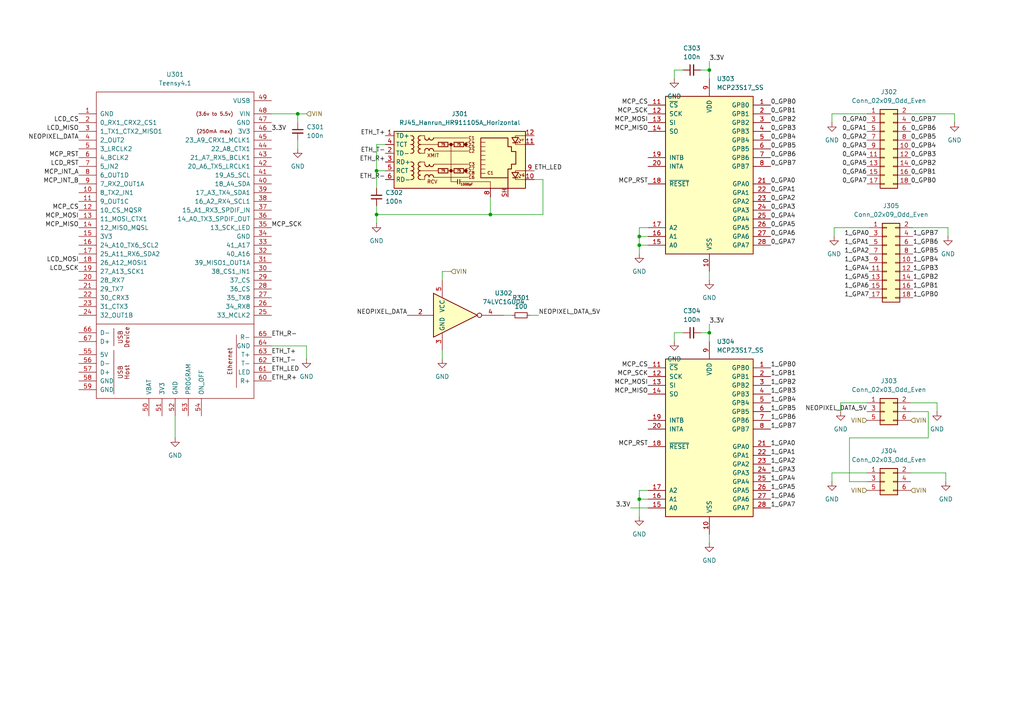
<source format=kicad_sch>
(kicad_sch (version 20250114) (generator "eeschema") (generator_version "9.0")
  (paper "A4")
  (lib_symbols
    (symbol "74xGxx:74LVC1GU04"
      (property "Reference" "U" (at -2.54 3.81 0))
      (property "Value" "74LVC1GU04" (at 0 -3.81 0))
      (symbol "74LVC1GU04_0_1"
        (polyline (pts (xy -7.62 6.35) (xy -7.62 -6.35) (xy 5.08 0) (xy -7.62 6.35)) (stroke (width 0.254)) (fill (type background)))
      )
      (symbol "74LVC1GU04_1_1"
        (pin input line (at -15.24 0 0) (length 7.62) (name "~") (number "2"))
        (pin power_in line (at -5.08 10.16 270) (length 5.08) (name "VCC") (number "5"))
        (pin power_in line (at -5.08 -10.16 90) (length 5.08) (name "GND") (number "3"))
        (pin output inverted (at 12.7 0 180) (length 7.62) (name "~") (number "4"))
      )
    )
    (symbol "Connector:RJ45_Hanrun_HR911105A_Horizontal"
      (property "Reference" "J" (at 18.415 10.16 0))
      (property "Value" "RJ45_Hanrun_HR911105A_Horizontal" (at -19.05 10.16 0))
      (symbol "RJ45_Hanrun_HR911105A_Horizontal_0_0"
        (circle (center -1.27 5.08) (radius 0.0001) (stroke (width 0.508)))
        (polyline (pts (xy -1.27 5.08) (xy -1.27 -5.715)))
        (circle (center -1.27 -2.54) (radius 0.0001) (stroke (width 0.508)))
        (polyline (pts (xy 0.635 -5.08) (xy 0.635 -6.35)) (stroke (width 0.254)))
        (polyline (pts (xy 1.27 -5.08) (xy 1.27 -6.35)) (stroke (width 0.254)))
        (polyline (pts (xy 3.048 5.08) (xy 2.54 5.08)))
        (circle (center 3.048 5.08) (radius 0.0001) (stroke (width 0.508)))
        (polyline (pts (xy 3.048 -2.54) (xy 2.54 -2.54)))
        (circle (center 3.048 -2.54) (radius 0.0001) (stroke (width 0.508)))
        (polyline (pts (xy 3.683 5.715) (xy 3.048 5.715) (xy 3.048 4.445) (xy 3.683 4.445)))
        (polyline (pts (xy 3.683 -1.905) (xy 3.048 -1.905) (xy 3.048 -3.175) (xy 3.683 -3.175)))
        (polyline (pts (xy 17.399 7.112) (xy 17.399 7.62) (xy 20.32 7.62)))
        (polyline (pts (xy 17.399 -3.048) (xy 17.399 -2.54) (xy 20.32 -2.54)))
        (polyline (pts (xy 20.32 5.08) (xy 17.399 5.08) (xy 17.399 5.588)))
        (polyline (pts (xy 20.32 -5.08) (xy 17.399 -5.08) (xy 17.399 -4.572)))
        (text "XMIT" (at -8.255 1.905 0) (effects (font (size 1.016 1.016)) (justify left)))
        (text "RCV" (at -8.255 -5.715 0) (effects (font (size 1.016 1.016)) (justify left)))
        (text "C1" (at 4.699 6.985 0) (effects (font (size 0.889 0.889))))
        (text "C4" (at 4.699 5.715 0) (effects (font (size 0.889 0.889))))
        (text "C5" (at 4.699 4.445 0) (effects (font (size 0.889 0.889))))
        (text "C2" (at 4.699 3.175 0) (effects (font (size 0.889 0.889))))
        (text "C3" (at 4.699 -0.635 0) (effects (font (size 0.889 0.889))))
        (text "C7" (at 4.699 -1.905 0) (effects (font (size 0.889 0.889))))
        (text "C8" (at 4.699 -3.175 0) (effects (font (size 0.889 0.889))))
        (text "C6" (at 4.699 -4.445 0) (effects (font (size 0.889 0.889))))
        (text "C1" (at 10.16 -3.175 0) (effects (font (size 0.889 0.889))))
      )
      (symbol "RJ45_Hanrun_HR911105A_Horizontal_0_1"
        (rectangle (start -17.78 8.89) (end 20.32 -7.62) (stroke (width 0.254)) (fill (type background)))
        (polyline (pts (xy -12.7 7.62) (xy -13.081 7.62)))
        (polyline (pts (xy -12.7 5.08) (xy -13.081 5.08)))
        (polyline (pts (xy -12.7 2.54) (xy -13.081 2.54)))
        (polyline (pts (xy -12.7 0) (xy -13.081 0)))
        (polyline (pts (xy -12.7 -2.54) (xy -13.081 -2.54)))
        (polyline (pts (xy -12.7 -5.08) (xy -13.081 -5.08)))
        (polyline (pts (xy -10.16 7.62) (xy -8.89 7.62) (xy -8.89 6.985)))
        (polyline (pts (xy -10.16 0) (xy -8.89 0) (xy -8.89 -0.635)))
        (polyline (pts (xy -8.89 3.175) (xy -8.89 2.54) (xy -10.16 2.54)))
        (polyline (pts (xy -8.89 -4.445) (xy -8.89 -5.08) (xy -10.16 -5.08)))
        (polyline (pts (xy -6.35 6.985) (xy 3.683 6.985)))
        (polyline (pts (xy -6.35 3.175) (xy 3.683 3.175)))
        (polyline (pts (xy -6.35 -4.445) (xy 3.683 -4.445)))
        (polyline (pts (xy -6.223 -0.635) (xy 3.683 -0.635)))
        (polyline (pts (xy -5.08 -2.54) (xy -10.16 -2.54)))
        (polyline (pts (xy -4.953 5.08) (xy -10.16 5.08)))
        (polyline (pts (xy -2.159 5.08) (xy -0.381 5.08)))
        (polyline (pts (xy -2.159 -2.54) (xy -0.381 -2.54)))
        (polyline (pts (xy 0.635 -5.715) (xy -1.27 -5.715)))
        (polyline (pts (xy 7.366 3.175) (xy 8.636 3.175)))
        (polyline (pts (xy 7.366 1.905) (xy 8.636 1.905)))
        (polyline (pts (xy 7.366 0.635) (xy 8.636 0.635)))
        (polyline (pts (xy 7.366 -0.762) (xy 8.636 -0.762)))
        (polyline (pts (xy 7.366 -2.032) (xy 8.636 -2.032)))
        (polyline (pts (xy 8.636 5.715) (xy 7.366 5.715)))
        (polyline (pts (xy 8.636 4.445) (xy 7.366 4.445)))
        (polyline (pts (xy 8.636 -3.302) (xy 7.366 -3.302)))
        (polyline (pts (xy 10.16 -5.715) (xy 1.27 -5.715)))
        (polyline (pts (xy 10.16 -5.715) (xy 10.16 -7.62)))
      )
      (symbol "RJ45_Hanrun_HR911105A_Horizontal_1_0"
        (text "1000pF" (at 3.302 -6.477 0) (effects (font (size 0.635 0.635))))
      )
      (symbol "RJ45_Hanrun_HR911105A_Horizontal_1_1"
        (arc (start -12.7 0) (mid -12.0677 -0.635) (end -12.7 -1.27) (stroke (width 0.254)))
        (arc (start -12.6973 7.62) (mid -12.065 6.985) (end -12.6973 6.35) (stroke (width 0.254)))
        (arc (start -12.6973 -1.27) (mid -12.065 -1.905) (end -12.6973 -2.54) (stroke (width 0.254)))
        (arc (start -12.6973 -2.54) (mid -12.065 -3.175) (end -12.6973 -3.81) (stroke (width 0.254)))
        (arc (start -12.6973 -3.81) (mid -12.065 -4.445) (end -12.6973 -5.08) (stroke (width 0.254)))
        (arc (start -12.6946 6.35) (mid -12.0623 5.715) (end -12.6946 5.08) (stroke (width 0.254)))
        (arc (start -12.6946 5.08) (mid -12.0623 4.445) (end -12.6946 3.81) (stroke (width 0.254)))
        (arc (start -12.6946 3.81) (mid -12.0623 3.175) (end -12.6946 2.54) (stroke (width 0.254)))
        (arc (start -10.1654 6.35) (mid -10.7977 6.985) (end -10.1654 7.62) (stroke (width 0.254)))
        (arc (start -10.1654 5.08) (mid -10.7977 5.715) (end -10.1654 6.35) (stroke (width 0.254)))
        (arc (start -10.1654 3.81) (mid -10.7977 4.445) (end -10.1654 5.08) (stroke (width 0.254)))
        (arc (start -10.1654 -1.27) (mid -10.7977 -0.635) (end -10.1654 0) (stroke (width 0.254)))
        (arc (start -10.1654 -2.54) (mid -10.7977 -1.905) (end -10.1654 -1.27) (stroke (width 0.254)))
        (arc (start -10.1654 -3.81) (mid -10.7977 -3.175) (end -10.1654 -2.54) (stroke (width 0.254)))
        (arc (start -10.1627 2.54) (mid -10.795 3.175) (end -10.1627 3.81) (stroke (width 0.254)))
        (arc (start -10.1627 -5.08) (mid -10.795 -4.445) (end -10.1627 -3.81) (stroke (width 0.254)))
        (arc (start -7.62 6.9823) (mid -8.255 6.35) (end -8.89 6.9823) (stroke (width 0.254)))
        (arc (start -8.89 3.3047) (mid -8.255 3.937) (end -7.62 3.3047) (stroke (width 0.254)))
        (arc (start -8.89 -4.3153) (mid -8.255 -3.683) (end -7.62 -4.3153) (stroke (width 0.254)))
        (arc (start -7.5565 -0.7012) (mid -8.1915 -1.3335) (end -8.8265 -0.7012) (stroke (width 0.254)))
        (arc (start -6.35 6.985) (mid -6.985 6.3527) (end -7.62 6.985) (stroke (width 0.254)))
        (arc (start -7.62 3.3074) (mid -6.985 3.9397) (end -6.35 3.3074) (stroke (width 0.254)))
        (arc (start -7.62 -4.3126) (mid -6.985 -3.6803) (end -6.35 -4.3126) (stroke (width 0.254)))
        (arc (start -6.2865 -0.6985) (mid -6.9215 -1.3308) (end -7.5565 -0.6985) (stroke (width 0.254)))
        (rectangle (start -4.953 5.715) (end -2.159 4.445) (stroke (width 0.254)))
        (rectangle (start -4.953 -1.905) (end -2.159 -3.175) (stroke (width 0.254)))
        (rectangle (start -0.381 5.715) (end 2.413 4.445) (stroke (width 0.254)))
        (rectangle (start -0.381 -1.905) (end 2.413 -3.175) (stroke (width 0.254)))
        (polyline (pts (xy 7.366 -4.572) (xy 7.366 6.985) (xy 15.24 6.985) (xy 15.24 4.445) (xy 16.256 4.445) (xy 16.256 3.048) (xy 17.526 3.048) (xy 17.526 -0.635) (xy 16.256 -0.635) (xy 16.256 -2.032) (xy 15.24 -2.032) (xy 15.24 -4.572) (xy 7.366 -4.572)) (stroke (width 0.254)))
        (polyline (pts (xy 15.24 -7.62) (xy 15.24 -4.572)) (stroke (width 0.254)))
        (polyline (pts (xy 18.161 5.588) (xy 16.637 5.588)) (stroke (width 0.254)))
        (polyline (pts (xy 18.161 -4.572) (xy 16.637 -4.572)) (stroke (width 0.254)))
        (polyline (pts (xy 18.288 7.112) (xy 16.383 7.112) (xy 17.399 5.588) (xy 18.288 7.112)) (stroke (width 0.254)))
        (polyline (pts (xy 18.288 6.096) (xy 18.796 5.588) (xy 18.542 5.588)))
        (polyline (pts (xy 18.288 -3.048) (xy 16.383 -3.048) (xy 17.399 -4.572) (xy 18.288 -3.048)) (stroke (width 0.254)))
        (polyline (pts (xy 18.288 -4.064) (xy 18.796 -4.572) (xy 18.542 -4.572)))
        (polyline (pts (xy 18.542 6.731) (xy 19.05 6.223) (xy 18.796 6.223)))
        (polyline (pts (xy 18.542 -3.429) (xy 19.05 -3.937) (xy 18.796 -3.937)))
        (polyline (pts (xy 18.796 5.588) (xy 18.796 5.842)))
        (polyline (pts (xy 18.796 -4.572) (xy 18.796 -4.318)))
        (polyline (pts (xy 19.05 6.223) (xy 19.05 6.477)))
        (polyline (pts (xy 19.05 -3.937) (xy 19.05 -3.683)))
        (text "75" (at -3.556 5.08 0) (effects (font (size 0.635 0.635))))
        (text "75" (at -3.556 -2.54 0) (effects (font (size 0.635 0.635))))
        (text "75" (at 1.016 5.08 0) (effects (font (size 0.635 0.635))))
        (text "75" (at 1.016 -2.54 0) (effects (font (size 0.635 0.635))))
        (text "Y" (at 19.558 6.35 0) (effects (font (size 0.635 0.635))))
        (text "G" (at 19.685 -3.81 0) (effects (font (size 0.635 0.635))))
        (pin passive line (at -20.32 7.62 0) (length 2.54) (name "TD+") (number "1"))
        (pin passive line (at -20.32 5.08 0) (length 2.54) (name "TCT") (number "4"))
        (pin passive line (at -20.32 2.54 0) (length 2.54) (name "TD-") (number "2"))
        (pin passive line (at -20.32 0 0) (length 2.54) (name "RD+") (number "3"))
        (pin passive line (at -20.32 -2.54 0) (length 2.54) (name "RCT") (number "5"))
        (pin passive line (at -20.32 -5.08 0) (length 2.54) (name "RD-") (number "6"))
        (pin power_in line (at 10.16 -10.16 90) (length 2.54) (name "") (number "8"))
        (pin passive line (at 15.24 -10.16 90) (length 2.54) (name "") (number "SH"))
        (pin no_connect line (at 20.32 0 0) (length 0) (hide yes) (name "NC") (number "7"))
        (pin passive line (at 22.86 7.62 180) (length 2.54) (name "") (number "12"))
        (pin passive line (at 22.86 5.08 180) (length 2.54) (name "") (number "11"))
        (pin passive line (at 22.86 -2.54 180) (length 2.54) (name "") (number "9"))
        (pin passive line (at 22.86 -5.08 180) (length 2.54) (name "") (number "10"))
      )
    )
    (symbol "Connector_Generic:Conn_02x03_Odd_Even" (pin_names (offset 1.016) (hide yes))
      (property "Reference" "J" (at 1.27 5.08 0))
      (property "Value" "Conn_02x03_Odd_Even" (at 1.27 -5.08 0))
      (symbol "Conn_02x03_Odd_Even_1_1"
        (rectangle (start -1.27 3.81) (end 3.81 -3.81) (stroke (width 0.254)) (fill (type background)))
        (rectangle (start -1.27 2.667) (end 0 2.413) (stroke (width 0.1524)))
        (rectangle (start -1.27 0.127) (end 0 -0.127) (stroke (width 0.1524)))
        (rectangle (start -1.27 -2.413) (end 0 -2.667) (stroke (width 0.1524)))
        (rectangle (start 3.81 2.667) (end 2.54 2.413) (stroke (width 0.1524)))
        (rectangle (start 3.81 0.127) (end 2.54 -0.127) (stroke (width 0.1524)))
        (rectangle (start 3.81 -2.413) (end 2.54 -2.667) (stroke (width 0.1524)))
        (pin passive line (at -5.08 2.54 0) (length 3.81) (name "Pin_1") (number "1"))
        (pin passive line (at -5.08 0 0) (length 3.81) (name "Pin_3") (number "3"))
        (pin passive line (at -5.08 -2.54 0) (length 3.81) (name "Pin_5") (number "5"))
        (pin passive line (at 7.62 2.54 180) (length 3.81) (name "Pin_2") (number "2"))
        (pin passive line (at 7.62 0 180) (length 3.81) (name "Pin_4") (number "4"))
        (pin passive line (at 7.62 -2.54 180) (length 3.81) (name "Pin_6") (number "6"))
      )
    )
    (symbol "Connector_Generic:Conn_02x09_Odd_Even" (pin_names (offset 1.016) (hide yes))
      (property "Reference" "J" (at 1.27 12.7 0))
      (property "Value" "Conn_02x09_Odd_Even" (at 1.27 -12.7 0))
      (symbol "Conn_02x09_Odd_Even_1_1"
        (rectangle (start -1.27 11.43) (end 3.81 -11.43) (stroke (width 0.254)) (fill (type background)))
        (rectangle (start -1.27 10.287) (end 0 10.033) (stroke (width 0.1524)))
        (rectangle (start -1.27 7.747) (end 0 7.493) (stroke (width 0.1524)))
        (rectangle (start -1.27 5.207) (end 0 4.953) (stroke (width 0.1524)))
        (rectangle (start -1.27 2.667) (end 0 2.413) (stroke (width 0.1524)))
        (rectangle (start -1.27 0.127) (end 0 -0.127) (stroke (width 0.1524)))
        (rectangle (start -1.27 -2.413) (end 0 -2.667) (stroke (width 0.1524)))
        (rectangle (start -1.27 -4.953) (end 0 -5.207) (stroke (width 0.1524)))
        (rectangle (start -1.27 -7.493) (end 0 -7.747) (stroke (width 0.1524)))
        (rectangle (start -1.27 -10.033) (end 0 -10.287) (stroke (width 0.1524)))
        (rectangle (start 3.81 10.287) (end 2.54 10.033) (stroke (width 0.1524)))
        (rectangle (start 3.81 7.747) (end 2.54 7.493) (stroke (width 0.1524)))
        (rectangle (start 3.81 5.207) (end 2.54 4.953) (stroke (width 0.1524)))
        (rectangle (start 3.81 2.667) (end 2.54 2.413) (stroke (width 0.1524)))
        (rectangle (start 3.81 0.127) (end 2.54 -0.127) (stroke (width 0.1524)))
        (rectangle (start 3.81 -2.413) (end 2.54 -2.667) (stroke (width 0.1524)))
        (rectangle (start 3.81 -4.953) (end 2.54 -5.207) (stroke (width 0.1524)))
        (rectangle (start 3.81 -7.493) (end 2.54 -7.747) (stroke (width 0.1524)))
        (rectangle (start 3.81 -10.033) (end 2.54 -10.287) (stroke (width 0.1524)))
        (pin passive line (at -5.08 10.16 0) (length 3.81) (name "Pin_1") (number "1"))
        (pin passive line (at -5.08 7.62 0) (length 3.81) (name "Pin_3") (number "3"))
        (pin passive line (at -5.08 5.08 0) (length 3.81) (name "Pin_5") (number "5"))
        (pin passive line (at -5.08 2.54 0) (length 3.81) (name "Pin_7") (number "7"))
        (pin passive line (at -5.08 0 0) (length 3.81) (name "Pin_9") (number "9"))
        (pin passive line (at -5.08 -2.54 0) (length 3.81) (name "Pin_11") (number "11"))
        (pin passive line (at -5.08 -5.08 0) (length 3.81) (name "Pin_13") (number "13"))
        (pin passive line (at -5.08 -7.62 0) (length 3.81) (name "Pin_15") (number "15"))
        (pin passive line (at -5.08 -10.16 0) (length 3.81) (name "Pin_17") (number "17"))
        (pin passive line (at 7.62 10.16 180) (length 3.81) (name "Pin_2") (number "2"))
        (pin passive line (at 7.62 7.62 180) (length 3.81) (name "Pin_4") (number "4"))
        (pin passive line (at 7.62 5.08 180) (length 3.81) (name "Pin_6") (number "6"))
        (pin passive line (at 7.62 2.54 180) (length 3.81) (name "Pin_8") (number "8"))
        (pin passive line (at 7.62 0 180) (length 3.81) (name "Pin_10") (number "10"))
        (pin passive line (at 7.62 -2.54 180) (length 3.81) (name "Pin_12") (number "12"))
        (pin passive line (at 7.62 -5.08 180) (length 3.81) (name "Pin_14") (number "14"))
        (pin passive line (at 7.62 -7.62 180) (length 3.81) (name "Pin_16") (number "16"))
        (pin passive line (at 7.62 -10.16 180) (length 3.81) (name "Pin_18") (number "18"))
      )
    )
    (symbol "Device:C_Small" (pin_numbers (hide yes)) (pin_names (offset 0.254) (hide yes))
      (property "Reference" "C" (at 0.254 1.778 0))
      (property "Value" "C_Small" (at 0.254 -2.032 0))
      (symbol "C_Small_0_1"
        (polyline (pts (xy -1.524 0.508) (xy 1.524 0.508)) (stroke (width 0.3048)))
        (polyline (pts (xy -1.524 -0.508) (xy 1.524 -0.508)) (stroke (width 0.3302)))
      )
      (symbol "C_Small_1_1"
        (pin passive line (at 0 2.54 270) (length 2.032) (name "~") (number "1"))
        (pin passive line (at 0 -2.54 90) (length 2.032) (name "~") (number "2"))
      )
    )
    (symbol "Device:R_Small" (pin_numbers (hide yes)) (pin_names (offset 0.254) (hide yes))
      (property "Reference" "R" (at 0.762 0.508 0))
      (property "Value" "R_Small" (at 0.762 -1.016 0))
      (symbol "R_Small_0_1"
        (rectangle (start -0.762 1.778) (end 0.762 -1.778) (stroke (width 0.2032)))
      )
      (symbol "R_Small_1_1"
        (pin passive line (at 0 2.54 270) (length 0.762) (name "~") (number "1"))
        (pin passive line (at 0 -2.54 90) (length 0.762) (name "~") (number "2"))
      )
    )
    (symbol "Interface_Expansion:MCP23S17_SS" (pin_names (offset 1.016))
      (property "Reference" "U" (at -11.43 24.13 0))
      (property "Value" "MCP23S17_SS" (at 0 0 0))
      (symbol "MCP23S17_SS_0_1"
        (rectangle (start -12.7 22.86) (end 12.7 -22.86) (stroke (width 0.254)) (fill (type background)))
      )
      (symbol "MCP23S17_SS_1_1"
        (pin input line (at -17.78 20.32 0) (length 5.08) (name "~{CS}") (number "11"))
        (pin input line (at -17.78 17.78 0) (length 5.08) (name "SCK") (number "12"))
        (pin input line (at -17.78 15.24 0) (length 5.08) (name "SI") (number "13"))
        (pin output line (at -17.78 12.7 0) (length 5.08) (name "SO") (number "14"))
        (pin tri_state line (at -17.78 5.08 0) (length 5.08) (name "INTB") (number "19"))
        (pin tri_state line (at -17.78 2.54 0) (length 5.08) (name "INTA") (number "20"))
        (pin input line (at -17.78 -2.54 0) (length 5.08) (name "~{RESET}") (number "18"))
        (pin input line (at -17.78 -15.24 0) (length 5.08) (name "A2") (number "17"))
        (pin input line (at -17.78 -17.78 0) (length 5.08) (name "A1") (number "16"))
        (pin input line (at -17.78 -20.32 0) (length 5.08) (name "A0") (number "15"))
        (pin power_in line (at 0 27.94 270) (length 5.08) (name "VDD") (number "9"))
        (pin power_in line (at 0 -27.94 90) (length 5.08) (name "VSS") (number "10"))
        (pin bidirectional line (at 17.78 20.32 180) (length 5.08) (name "GPB0") (number "1"))
        (pin bidirectional line (at 17.78 17.78 180) (length 5.08) (name "GPB1") (number "2"))
        (pin bidirectional line (at 17.78 15.24 180) (length 5.08) (name "GPB2") (number "3"))
        (pin bidirectional line (at 17.78 12.7 180) (length 5.08) (name "GPB3") (number "4"))
        (pin bidirectional line (at 17.78 10.16 180) (length 5.08) (name "GPB4") (number "5"))
        (pin bidirectional line (at 17.78 7.62 180) (length 5.08) (name "GPB5") (number "6"))
        (pin bidirectional line (at 17.78 5.08 180) (length 5.08) (name "GPB6") (number "7"))
        (pin bidirectional line (at 17.78 2.54 180) (length 5.08) (name "GPB7") (number "8"))
        (pin bidirectional line (at 17.78 -2.54 180) (length 5.08) (name "GPA0") (number "21"))
        (pin bidirectional line (at 17.78 -5.08 180) (length 5.08) (name "GPA1") (number "22"))
        (pin bidirectional line (at 17.78 -7.62 180) (length 5.08) (name "GPA2") (number "23"))
        (pin bidirectional line (at 17.78 -10.16 180) (length 5.08) (name "GPA3") (number "24"))
        (pin bidirectional line (at 17.78 -12.7 180) (length 5.08) (name "GPA4") (number "25"))
        (pin bidirectional line (at 17.78 -15.24 180) (length 5.08) (name "GPA5") (number "26"))
        (pin bidirectional line (at 17.78 -17.78 180) (length 5.08) (name "GPA6") (number "27"))
        (pin bidirectional line (at 17.78 -20.32 180) (length 5.08) (name "GPA7") (number "28"))
      )
    )
    (symbol "power:GND" (power) (pin_numbers (hide yes)) (pin_names (offset 0) (hide yes))
      (property "Value" "GND" (at 0 -3.81 0))
      (symbol "GND_0_1"
        (polyline (pts (xy 0 0) (xy 0 -1.27) (xy 1.27 -1.27) (xy 0 -2.54) (xy -1.27 -1.27) (xy 0 -1.27)))
      )
      (symbol "GND_1_1"
        (pin power_in line (at 0 0 270) (length 0) (name "~") (number "1"))
      )
    )
    (symbol "teensy:Teensy4.1" (pin_names (offset 1.016))
      (property "Reference" "U" (at 0 64.77 0))
      (property "Value" "Teensy4.1" (at 0 62.23 0))
      (symbol "Teensy4.1_0_0"
        (polyline (pts (xy -22.86 -6.35) (xy 22.86 -6.35)))
        (polyline (pts (xy -17.78 -7.62) (xy -17.78 -12.7)))
        (polyline (pts (xy -17.78 -26.67) (xy -17.78 -13.97)))
        (polyline (pts (xy 17.78 -9.525) (xy 17.78 -24.765)))
        (text "USB" (at -15.875 -10.16 900) (effects (font (size 1.27 1.27))))
        (text "USB" (at -15.875 -20.32 900) (effects (font (size 1.27 1.27))))
        (text "Device" (at -13.97 -10.16 900) (effects (font (size 1.27 1.27))))
        (text "Host" (at -13.97 -20.32 900) (effects (font (size 1.27 1.27))))
        (text "(3.6v to 5.5v)" (at 11.43 54.61 0) (effects (font (size 1.016 1.016))))
        (text "(250mA max)" (at 11.43 49.53 0) (effects (font (size 1.016 1.016))))
        (text "Ethernet" (at 15.875 -17.145 900) (effects (font (size 1.27 1.27))))
        (pin bidirectional line (at -27.94 44.45 0) (length 5.08) (name "3_LRCLK2") (number "5"))
        (pin bidirectional line (at -27.94 41.91 0) (length 5.08) (name "4_BCLK2") (number "6"))
        (pin bidirectional line (at -27.94 39.37 0) (length 5.08) (name "5_IN2") (number "7"))
        (pin bidirectional line (at -27.94 36.83 0) (length 5.08) (name "6_OUT1D") (number "8"))
        (pin bidirectional line (at -27.94 34.29 0) (length 5.08) (name "7_RX2_OUT1A") (number "9"))
        (pin bidirectional line (at -27.94 31.75 0) (length 5.08) (name "8_TX2_IN1") (number "10"))
        (pin bidirectional line (at -27.94 29.21 0) (length 5.08) (name "9_OUT1C") (number "11"))
        (pin bidirectional line (at -27.94 26.67 0) (length 5.08) (name "10_CS_MQSR") (number "12"))
        (pin bidirectional line (at -27.94 24.13 0) (length 5.08) (name "11_MOSI_CTX1") (number "13"))
        (pin bidirectional line (at -27.94 21.59 0) (length 5.08) (name "12_MISO_MQSL") (number "14"))
        (pin power_in line (at -27.94 19.05 0) (length 5.08) (name "3V3") (number "15"))
        (pin bidirectional line (at -27.94 16.51 0) (length 5.08) (name "24_A10_TX6_SCL2") (number "16"))
        (pin bidirectional line (at -27.94 13.97 0) (length 5.08) (name "25_A11_RX6_SDA2") (number "17"))
        (pin bidirectional line (at -27.94 11.43 0) (length 5.08) (name "26_A12_MOSI1") (number "18"))
        (pin bidirectional line (at -27.94 8.89 0) (length 5.08) (name "27_A13_SCK1") (number "19"))
        (pin bidirectional line (at -27.94 6.35 0) (length 5.08) (name "28_RX7") (number "20"))
        (pin bidirectional line (at -27.94 3.81 0) (length 5.08) (name "29_TX7") (number "21"))
        (pin bidirectional line (at -27.94 1.27 0) (length 5.08) (name "30_CRX3") (number "22"))
        (pin bidirectional line (at -27.94 -1.27 0) (length 5.08) (name "31_CTX3") (number "23"))
        (pin bidirectional line (at -27.94 -3.81 0) (length 5.08) (name "32_OUT1B") (number "24"))
        (pin bidirectional line (at -27.94 -8.89 0) (length 5.08) (name "D-") (number "66"))
        (pin bidirectional line (at -27.94 -11.43 0) (length 5.08) (name "D+") (number "67"))
        (pin power_out line (at -27.94 -15.24 0) (length 5.08) (name "5V") (number "55"))
        (pin bidirectional line (at -27.94 -17.78 0) (length 5.08) (name "D-") (number "56"))
        (pin bidirectional line (at -27.94 -20.32 0) (length 5.08) (name "D+") (number "57"))
        (pin power_in line (at -27.94 -22.86 0) (length 5.08) (name "GND") (number "58"))
        (pin power_in line (at -27.94 -25.4 0) (length 5.08) (name "GND") (number "59"))
        (pin power_in line (at -7.62 -33.02 90) (length 5.08) (name "VBAT") (number "50"))
        (pin power_in line (at -3.81 -33.02 90) (length 5.08) (name "3V3") (number "51"))
        (pin input line (at 0 -33.02 90) (length 5.08) (name "GND") (number "52"))
        (pin input line (at 3.81 -33.02 90) (length 5.08) (name "PROGRAM") (number "53"))
        (pin input line (at 7.62 -33.02 90) (length 5.08) (name "ON_OFF") (number "54"))
        (pin power_out line (at 27.94 58.42 180) (length 5.08) (name "VUSB") (number "49"))
        (pin power_in line (at 27.94 54.61 180) (length 5.08) (name "VIN") (number "48"))
        (pin output line (at 27.94 52.07 180) (length 5.08) (name "GND") (number "47"))
        (pin output line (at 27.94 49.53 180) (length 5.08) (name "3V3") (number "46"))
        (pin bidirectional line (at 27.94 46.99 180) (length 5.08) (name "23_A9_CRX1_MCLK1") (number "45"))
        (pin bidirectional line (at 27.94 44.45 180) (length 5.08) (name "22_A8_CTX1") (number "44"))
        (pin bidirectional line (at 27.94 41.91 180) (length 5.08) (name "21_A7_RX5_BCLK1") (number "43"))
        (pin bidirectional line (at 27.94 39.37 180) (length 5.08) (name "20_A6_TX5_LRCLK1") (number "42"))
        (pin bidirectional line (at 27.94 36.83 180) (length 5.08) (name "19_A5_SCL") (number "41"))
        (pin bidirectional line (at 27.94 34.29 180) (length 5.08) (name "18_A4_SDA") (number "40"))
        (pin bidirectional line (at 27.94 31.75 180) (length 5.08) (name "17_A3_TX4_SDA1") (number "39"))
        (pin bidirectional line (at 27.94 29.21 180) (length 5.08) (name "16_A2_RX4_SCL1") (number "38"))
        (pin bidirectional line (at 27.94 26.67 180) (length 5.08) (name "15_A1_RX3_SPDIF_IN") (number "37"))
        (pin bidirectional line (at 27.94 24.13 180) (length 5.08) (name "14_A0_TX3_SPDIF_OUT") (number "36"))
        (pin bidirectional line (at 27.94 21.59 180) (length 5.08) (name "13_SCK_LED") (number "35"))
        (pin bidirectional line (at 27.94 16.51 180) (length 5.08) (name "41_A17") (number "33"))
        (pin bidirectional line (at 27.94 13.97 180) (length 5.08) (name "40_A16") (number "32"))
        (pin bidirectional line (at 27.94 11.43 180) (length 5.08) (name "39_MISO1_OUT1A") (number "31"))
        (pin bidirectional line (at 27.94 8.89 180) (length 5.08) (name "38_CS1_IN1") (number "30"))
        (pin bidirectional line (at 27.94 6.35 180) (length 5.08) (name "37_CS") (number "29"))
        (pin bidirectional line (at 27.94 3.81 180) (length 5.08) (name "36_CS") (number "28"))
        (pin bidirectional line (at 27.94 1.27 180) (length 5.08) (name "35_TX8") (number "27"))
        (pin bidirectional line (at 27.94 -1.27 180) (length 5.08) (name "34_RX8") (number "26"))
        (pin bidirectional line (at 27.94 -3.81 180) (length 5.08) (name "33_MCLK2") (number "25"))
        (pin bidirectional line (at 27.94 -10.16 180) (length 5.08) (name "R-") (number "65"))
        (pin power_in line (at 27.94 -12.7 180) (length 5.08) (name "GND") (number "64"))
        (pin bidirectional line (at 27.94 -15.24 180) (length 5.08) (name "T+") (number "63"))
        (pin bidirectional line (at 27.94 -17.78 180) (length 5.08) (name "T-") (number "62"))
        (pin bidirectional line (at 27.94 -20.32 180) (length 5.08) (name "LED") (number "61"))
        (pin bidirectional line (at 27.94 -22.86 180) (length 5.08) (name "R+") (number "60"))
      )
      (symbol "Teensy4.1_0_1"
        (rectangle (start -22.86 60.96) (end 22.86 -27.94))
        (rectangle (start -20.32 -1.27) (end -20.32 -1.27))
      )
      (symbol "Teensy4.1_1_1"
        (pin power_in line (at -27.94 54.61 0) (length 5.08) (name "GND") (number "1"))
        (pin bidirectional line (at -27.94 52.07 0) (length 5.08) (name "0_RX1_CRX2_CS1") (number "2"))
        (pin bidirectional line (at -27.94 49.53 0) (length 5.08) (name "1_TX1_CTX2_MISO1") (number "3"))
        (pin bidirectional line (at -27.94 46.99 0) (length 5.08) (name "2_OUT2") (number "4"))
        (pin power_in line (at 27.94 19.05 180) (length 5.08) (name "GND") (number "34"))
      )
    )
  )
  (junction (at 205.74 20.32))
  (junction (at 142.24 62.23))
  (junction (at 109.22 62.23))
  (junction (at 205.74 96.52))
  (junction (at 86.36 33.02))
  (junction (at 185.42 144.78))
  (junction (at 185.42 68.58))
  (junction (at 109.22 49.53))
  (junction (at 185.42 71.12))
  (wire (pts (xy 241.3 33.02) (xy 251.46 33.02)))
  (wire (pts (xy 241.3 137.16) (xy 251.46 137.16)))
  (wire (pts (xy 88.9 100.33) (xy 78.74 100.33)))
  (wire (pts (xy 203.2 20.32) (xy 205.74 20.32)))
  (wire (pts (xy 246.38 139.7) (xy 251.46 139.7)))
  (wire (pts (xy 109.22 49.53) (xy 111.76 49.53)))
  (wire (pts (xy 271.78 116.84) (xy 271.78 119.38)))
  (wire (pts (xy 276.86 33.02) (xy 264.16 33.02)))
  (wire (pts (xy 187.96 66.04) (xy 185.42 66.04)))
  (wire (pts (xy 109.22 62.23) (xy 109.22 64.77)))
  (wire (pts (xy 185.42 68.58) (xy 185.42 71.12)))
  (wire (pts (xy 246.38 127) (xy 246.38 139.7)))
  (wire (pts (xy 195.58 20.32) (xy 198.12 20.32)))
  (wire (pts (xy 185.42 144.78) (xy 187.96 144.78)))
  (wire (pts (xy 153.67 91.44) (xy 156.21 91.44)))
  (wire (pts (xy 109.22 49.53) (xy 109.22 54.61)))
  (wire (pts (xy 130.81 78.74) (xy 128.27 78.74)))
  (wire (pts (xy 86.36 33.02) (xy 78.74 33.02)))
  (wire (pts (xy 241.935 66.04) (xy 241.935 68.58)))
  (wire (pts (xy 264.16 119.38) (xy 269.24 119.38)))
  (wire (pts (xy 205.74 17.78) (xy 205.74 20.32)))
  (wire (pts (xy 146.05 91.44) (xy 148.59 91.44)))
  (wire (pts (xy 205.74 81.28) (xy 205.74 78.74)))
  (wire (pts (xy 276.86 35.56) (xy 276.86 33.02)))
  (wire (pts (xy 264.16 116.84) (xy 271.78 116.84)))
  (wire (pts (xy 182.88 147.32) (xy 187.96 147.32)))
  (wire (pts (xy 88.9 33.02) (xy 86.36 33.02)))
  (wire (pts (xy 243.84 116.84) (xy 251.46 116.84)))
  (wire (pts (xy 241.3 139.7) (xy 241.3 137.16)))
  (wire (pts (xy 86.36 33.02) (xy 86.36 35.56)))
  (wire (pts (xy 241.3 35.56) (xy 241.3 33.02)))
  (wire (pts (xy 109.22 59.69) (xy 109.22 62.23)))
  (wire (pts (xy 142.24 57.15) (xy 142.24 62.23)))
  (wire (pts (xy 185.42 71.12) (xy 185.42 73.66)))
  (wire (pts (xy 109.22 41.91) (xy 109.22 49.53)))
  (wire (pts (xy 50.8 120.65) (xy 50.8 127)))
  (wire (pts (xy 111.76 41.91) (xy 109.22 41.91)))
  (wire (pts (xy 128.27 78.74) (xy 128.27 81.28)))
  (wire (pts (xy 205.74 96.52) (xy 205.74 99.06)))
  (wire (pts (xy 269.24 127) (xy 246.38 127)))
  (wire (pts (xy 185.42 68.58) (xy 187.96 68.58)))
  (wire (pts (xy 274.32 139.7) (xy 274.32 137.16)))
  (wire (pts (xy 274.32 137.16) (xy 264.16 137.16)))
  (wire (pts (xy 185.42 142.24) (xy 185.42 144.78)))
  (wire (pts (xy 154.94 52.07) (xy 157.48 52.07)))
  (wire (pts (xy 187.96 142.24) (xy 185.42 142.24)))
  (wire (pts (xy 185.42 71.12) (xy 187.96 71.12)))
  (wire (pts (xy 157.48 62.23) (xy 142.24 62.23)))
  (wire (pts (xy 185.42 144.78) (xy 185.42 149.86)))
  (wire (pts (xy 195.58 22.86) (xy 195.58 20.32)))
  (wire (pts (xy 269.24 119.38) (xy 269.24 127)))
  (wire (pts (xy 142.24 62.23) (xy 109.22 62.23)))
  (wire (pts (xy 88.9 104.14) (xy 88.9 100.33)))
  (wire (pts (xy 195.58 99.06) (xy 195.58 96.52)))
  (wire (pts (xy 205.74 93.98) (xy 205.74 96.52)))
  (wire (pts (xy 185.42 66.04) (xy 185.42 68.58)))
  (wire (pts (xy 157.48 52.07) (xy 157.48 62.23)))
  (wire (pts (xy 86.36 40.64) (xy 86.36 43.18)))
  (wire (pts (xy 205.74 157.48) (xy 205.74 154.94)))
  (wire (pts (xy 128.27 101.6) (xy 128.27 104.14)))
  (wire (pts (xy 274.955 68.58) (xy 274.955 66.04)))
  (wire (pts (xy 274.955 66.04) (xy 264.795 66.04)))
  (wire (pts (xy 205.74 20.32) (xy 205.74 22.86)))
  (wire (pts (xy 195.58 96.52) (xy 198.12 96.52)))
  (wire (pts (xy 243.84 119.38) (xy 243.84 116.84)))
  (wire (pts (xy 203.2 96.52) (xy 205.74 96.52)))
  (wire (pts (xy 252.095 66.04) (xy 241.935 66.04)))
  (label "0_GPA4" (at 251.46 45.72 180))
  (label "LCD_MOSI" (at 22.86 76.2 180))
  (label "0_GPB7" (at 223.52 48.26 0))
  (label "0_GPA5" (at 251.46 48.26 180))
  (label "NEOPIXEL_DATA" (at 118.11 91.44 180))
  (label "0_GPA1" (at 223.52 55.88 0))
  (label "1_GPA5" (at 252.095 81.28 180))
  (label "1_GPA0" (at 223.52 129.54 0))
  (label "ETH_T-" (at 78.74 105.41 0))
  (label "1_GPA6" (at 223.52 144.78 0))
  (label "1_GPB6" (at 264.795 71.12 0))
  (label "1_GPB0" (at 223.52 106.68 0))
  (label "0_GPA6" (at 251.46 50.8 180))
  (label "0_GPA2" (at 223.52 58.42 0))
  (label "MCP_SCK" (at 78.74 66.04 0))
  (label "0_GPB1" (at 223.52 33.02 0))
  (label "0_GPB6" (at 223.52 45.72 0))
  (label "ETH_R-" (at 78.74 97.79 0))
  (label "0_GPB3" (at 223.52 38.1 0))
  (label "1_GPA1" (at 252.095 71.12 180))
  (label "ETH_LED" (at 154.94 49.53 0))
  (label "0_GPA0" (at 251.46 35.56 180))
  (label "1_GPB2" (at 264.795 81.28 0))
  (label "ETH_T+" (at 111.76 39.37 180))
  (label "1_GPA4" (at 223.52 139.7 0))
  (label "MCP_RST" (at 22.86 45.72 180))
  (label "MCP_CS" (at 187.96 30.48 180))
  (label "1_GPA2" (at 252.095 73.66 180))
  (label "0_GPA7" (at 251.46 53.34 180))
  (label "ETH_R+" (at 78.74 110.49 0))
  (label "LCD_CS" (at 22.86 35.56 180))
  (label "1_GPA3" (at 252.095 76.2 180))
  (label "LCD_RST" (at 22.86 48.26 180))
  (label "1_GPB3" (at 264.795 78.74 0))
  (label "1_GPA4" (at 252.095 78.74 180))
  (label "1_GPB0" (at 264.795 86.36 0))
  (label "1_GPA7" (at 223.52 147.32 0))
  (label "LCD_MISO" (at 22.86 38.1 180))
  (label "1_GPA3" (at 223.52 137.16 0))
  (label "MCP_RST" (at 187.96 53.34 180))
  (label "3.3V" (at 205.74 17.78 0))
  (label "0_GPB5" (at 223.52 43.18 0))
  (label "1_GPB7" (at 264.795 68.58 0))
  (label "0_GPA3" (at 223.52 60.96 0))
  (label "0_GPA7" (at 223.52 71.12 0))
  (label "0_GPA0" (at 223.52 53.34 0))
  (label "0_GPB7" (at 264.16 35.56 0))
  (label "MCP_MISO" (at 187.96 38.1 180))
  (label "1_GPA1" (at 223.52 132.08 0))
  (label "0_GPB4" (at 223.52 40.64 0))
  (label "0_GPA4" (at 223.52 63.5 0))
  (label "MCP_MOSI" (at 187.96 111.76 180))
  (label "0_GPB0" (at 223.52 30.48 0))
  (label "NEOPIXEL_DATA_5V" (at 251.46 119.38 180))
  (label "MCP_SCK" (at 187.96 33.02 180))
  (label "0_GPB5" (at 264.16 40.64 0))
  (label "ETH_T-" (at 111.76 44.45 180))
  (label "NEOPIXEL_DATA" (at 22.86 40.64 180))
  (label "0_GPB1" (at 264.16 50.8 0))
  (label "1_GPB2" (at 223.52 111.76 0))
  (label "0_GPA1" (at 251.46 38.1 180))
  (label "1_GPA0" (at 252.095 68.58 180))
  (label "0_GPB2" (at 223.52 35.56 0))
  (label "ETH_R-" (at 111.76 52.07 180))
  (label "0_GPA2" (at 251.46 40.64 180))
  (label "ETH_LED" (at 78.74 107.95 0))
  (label "1_GPA2" (at 223.52 134.62 0))
  (label "1_GPA7" (at 252.095 86.36 180))
  (label "1_GPB5" (at 223.52 119.38 0))
  (label "MCP_MISO" (at 22.86 66.04 180))
  (label "0_GPB0" (at 264.16 53.34 0))
  (label "MCP_RST" (at 187.96 129.54 180))
  (label "MCP_CS" (at 22.86 60.96 180))
  (label "1_GPB4" (at 223.52 116.84 0))
  (label "0_GPA3" (at 251.46 43.18 180))
  (label "MCP_SCK" (at 187.96 109.22 180))
  (label "1_GPB1" (at 264.795 83.82 0))
  (label "1_GPB7" (at 223.52 124.46 0))
  (label "1_GPB5" (at 264.795 73.66 0))
  (label "3.3V" (at 205.74 93.98 0))
  (label "LCD_SCK" (at 22.86 78.74 180))
  (label "0_GPB2" (at 264.16 48.26 0))
  (label "0_GPB4" (at 264.16 43.18 0))
  (label "1_GPA6" (at 252.095 83.82 180))
  (label "ETH_T+" (at 78.74 102.87 0))
  (label "ETH_R+" (at 111.76 46.99 180))
  (label "0_GPB6" (at 264.16 38.1 0))
  (label "MCP_CS" (at 187.96 106.68 180))
  (label "MCP_MOSI" (at 187.96 35.56 180))
  (label "3.3V" (at 78.74 38.1 0))
  (label "0_GPA6" (at 223.52 68.58 0))
  (label "1_GPA5" (at 223.52 142.24 0))
  (label "NEOPIXEL_DATA_5V" (at 156.21 91.44 0))
  (label "MCP_INT_A" (at 22.86 50.8 180))
  (label "MCP_MISO" (at 187.96 114.3 180))
  (label "1_GPB4" (at 264.795 76.2 0))
  (label "1_GPB1" (at 223.52 109.22 0))
  (label "3.3V" (at 182.88 147.32 180))
  (label "MCP_INT_B" (at 22.86 53.34 180))
  (label "1_GPB3" (at 223.52 114.3 0))
  (label "1_GPB6" (at 223.52 121.92 0))
  (label "0_GPA5" (at 223.52 66.04 0))
  (label "0_GPB3" (at 264.16 45.72 0))
  (label "MCP_MOSI" (at 22.86 63.5 180))
  (hierarchical_label "VIN" (shape input) (at 251.46 142.24 180))
  (hierarchical_label "VIN" (shape input) (at 130.81 78.74 0))
  (hierarchical_label "VIN" (shape input) (at 264.16 121.92 0))
  (hierarchical_label "VIN" (shape input) (at 88.9 33.02 0))
  (hierarchical_label "VIN" (shape input) (at 251.46 121.92 180))
  (hierarchical_label "VIN" (shape input) (at 264.16 142.24 0))
  (symbol (lib_id "Connector_Generic:Conn_02x09_Odd_Even") (at 257.175 76.2 0) (unit 1)
    (property "Reference" "J305" (at 258.445 59.69 0))
    (property "Value" "Conn_02x09_Odd_Even" (at 258.445 62.23 0))
    (property "Footprint" "Connector_PinSocket_2.54mm:PinSocket_2x09_P2.54mm_Vertical" (effects (hide yes)))
    (property "Description" "Generic connector, double row, 02x09, odd/even pin numbering scheme (row 1 odd numbers, row 2 even numbers), script generated (kicad-library-utils/schlib/autogen/connector/)" (effects (hide yes)))
  )
  (symbol (lib_id "Interface_Expansion:MCP23S17_SS") (at 205.74 127 0) (unit 1)
    (property "Reference" "U304" (at 207.8833 99.06 0) (effects (justify left)))
    (property "Value" "MCP23S17_SS" (at 207.8833 101.6 0) (effects (justify left)))
    (property "Footprint" "Package_SO:SSOP-28_5.3x10.2mm_P0.65mm" (effects (hide yes)))
    (property "Datasheet" "http://ww1.microchip.com/downloads/en/DeviceDoc/20001952C.pdf" (effects (hide yes)))
    (property "Description" "16-bit I/O expander, I2C, interrupts, w pull-ups, SSOP-28" (effects (hide yes)))
  )
  (symbol (lib_id "power:GND") (at 50.8 127 0) (unit 1)
    (property "Reference" "#PWR0301" (effects (hide yes)))
    (property "Value" "GND" (at 50.8 132.08 0))
    (property "Description" "Power symbol creates a global label with name \"GND\" , ground" (effects (hide yes)))
  )
  (symbol (lib_id "Interface_Expansion:MCP23S17_SS") (at 205.74 50.8 0) (unit 1)
    (property "Reference" "U303" (at 207.8833 22.86 0) (effects (justify left)))
    (property "Value" "MCP23S17_SS" (at 207.8833 25.4 0) (effects (justify left)))
    (property "Footprint" "Package_SO:SSOP-28_5.3x10.2mm_P0.65mm" (effects (hide yes)))
    (property "Datasheet" "http://ww1.microchip.com/downloads/en/DeviceDoc/20001952C.pdf" (effects (hide yes)))
    (property "Description" "16-bit I/O expander, I2C, interrupts, w pull-ups, SSOP-28" (effects (hide yes)))
  )
  (symbol (lib_id "74xGxx:74LVC1GU04") (at 133.35 91.44 0) (unit 1)
    (property "Reference" "U302" (at 146.05 85.0198 0))
    (property "Value" "74LVC1GU04" (at 146.05 87.5598 0))
    (property "Footprint" "Package_TO_SOT_SMD:SOT-353_SC-70-5" (effects (hide yes)))
    (property "Datasheet" "http://www.ti.com/lit/sg/scyt129e/scyt129e.pdf" (effects (hide yes)))
    (property "Description" "74LVC1G04, Single NOT Gate, Low-Voltage CMOS" (effects (hide yes)))
  )
  (symbol (lib_id "Device:C_Small") (at 200.66 20.32 90) (unit 1)
    (property "Reference" "C303" (at 200.6663 13.97 90))
    (property "Value" "100n" (at 200.6663 16.51 90))
    (property "Footprint" "Capacitor_SMD:C_0603_1608Metric" (effects (hide yes)))
    (property "Description" "Unpolarized capacitor, small symbol" (effects (hide yes)))
  )
  (symbol (lib_id "power:GND") (at 195.58 99.06 0) (unit 1)
    (property "Reference" "#PWR0309" (effects (hide yes)))
    (property "Value" "GND" (at 195.58 104.14 0))
    (property "Description" "Power symbol creates a global label with name \"GND\" , ground" (effects (hide yes)))
  )
  (symbol (lib_id "power:GND") (at 205.74 157.48 0) (unit 1)
    (property "Reference" "#PWR0311" (effects (hide yes)))
    (property "Value" "GND" (at 205.74 162.56 0))
    (property "Description" "Power symbol creates a global label with name \"GND\" , ground" (effects (hide yes)))
  )
  (symbol (lib_id "power:GND") (at 243.84 119.38 0) (unit 1)
    (property "Reference" "#PWR0315" (effects (hide yes)))
    (property "Value" "GND" (at 243.84 124.46 0))
    (property "Description" "Power symbol creates a global label with name \"GND\" , ground" (effects (hide yes)))
  )
  (symbol (lib_id "Connector_Generic:Conn_02x03_Odd_Even") (at 256.54 119.38 0) (unit 1)
    (property "Reference" "J303" (at 257.81 110.49 0))
    (property "Value" "Conn_02x03_Odd_Even" (at 257.81 113.03 0))
    (property "Footprint" "Connector_PinSocket_2.54mm:PinSocket_2x03_P2.54mm_Vertical" (effects (hide yes)))
    (property "Description" "Generic connector, double row, 02x03, odd/even pin numbering scheme (row 1 odd numbers, row 2 even numbers), script generated (kicad-library-utils/schlib/autogen/connector/)" (effects (hide yes)))
  )
  (symbol (lib_id "power:GND") (at 271.78 119.38 0) (unit 1)
    (property "Reference" "#PWR0316" (effects (hide yes)))
    (property "Value" "GND" (at 271.78 124.46 0))
    (property "Description" "Power symbol creates a global label with name \"GND\" , ground" (effects (hide yes)))
  )
  (symbol (lib_id "power:GND") (at 276.86 35.56 0) (unit 1)
    (property "Reference" "#PWR0319" (effects (hide yes)))
    (property "Value" "GND" (at 276.86 40.64 0))
    (property "Description" "Power symbol creates a global label with name \"GND\" , ground" (effects (hide yes)))
  )
  (symbol (lib_id "power:GND") (at 88.9 104.14 0) (mirror y) (unit 1)
    (property "Reference" "#PWR0303" (effects (hide yes)))
    (property "Value" "GND" (at 88.9 109.22 0))
    (property "Description" "Power symbol creates a global label with name \"GND\" , ground" (effects (hide yes)))
  )
  (symbol (lib_id "power:GND") (at 195.58 22.86 0) (unit 1)
    (property "Reference" "#PWR0308" (effects (hide yes)))
    (property "Value" "GND" (at 195.58 27.94 0))
    (property "Description" "Power symbol creates a global label with name \"GND\" , ground" (effects (hide yes)))
  )
  (symbol (lib_id "power:GND") (at 241.3 139.7 0) (unit 1)
    (property "Reference" "#PWR0313" (effects (hide yes)))
    (property "Value" "GND" (at 241.3 144.78 0))
    (property "Description" "Power symbol creates a global label with name \"GND\" , ground" (effects (hide yes)))
  )
  (symbol (lib_id "Device:C_Small") (at 200.66 96.52 90) (unit 1)
    (property "Reference" "C304" (at 200.6663 90.17 90))
    (property "Value" "100n" (at 200.6663 92.71 90))
    (property "Footprint" "Capacitor_SMD:C_0603_1608Metric" (effects (hide yes)))
    (property "Description" "Unpolarized capacitor, small symbol" (effects (hide yes)))
  )
  (symbol (lib_id "Device:C_Small") (at 109.22 57.15 180) (unit 1)
    (property "Reference" "C302" (at 111.76 55.8735 0) (effects (justify right)))
    (property "Value" "100n" (at 111.76 58.4135 0) (effects (justify right)))
    (property "Footprint" "Capacitor_SMD:C_0603_1608Metric" (effects (hide yes)))
    (property "Description" "Unpolarized capacitor, small symbol" (effects (hide yes)))
  )
  (symbol (lib_id "power:GND") (at 241.3 35.56 0) (unit 1)
    (property "Reference" "#PWR0312" (effects (hide yes)))
    (property "Value" "GND" (at 241.3 40.64 0))
    (property "Description" "Power symbol creates a global label with name \"GND\" , ground" (effects (hide yes)))
  )
  (symbol (lib_id "power:GND") (at 185.42 149.86 0) (unit 1)
    (property "Reference" "#PWR0307" (effects (hide yes)))
    (property "Value" "GND" (at 185.42 154.94 0))
    (property "Description" "Power symbol creates a global label with name \"GND\" , ground" (effects (hide yes)))
  )
  (symbol (lib_id "power:GND") (at 274.955 68.58 0) (unit 1)
    (property "Reference" "#PWR0318" (effects (hide yes)))
    (property "Value" "GND" (at 274.955 73.66 0))
    (property "Description" "Power symbol creates a global label with name \"GND\" , ground" (effects (hide yes)))
  )
  (symbol (lib_id "Connector:RJ45_Hanrun_HR911105A_Horizontal") (at 132.08 46.99 0) (unit 1)
    (property "Reference" "J301" (at 133.35 33.02 0))
    (property "Value" "RJ45_Hanrun_HR911105A_Horizontal" (at 133.35 35.56 0))
    (property "Footprint" "Connector_RJ:RJ45_Hanrun_HR911105A_Horizontal" (effects (hide yes)))
    (property "Datasheet" "https://datasheet.lcsc.com/lcsc/1811141815_HANRUN-Zhongshan-HanRun-Elec-HR911105A_C12074.pdf" (effects (hide yes)))
    (property "Description" "1 Port RJ45 Magjack Connector Through Hole 10/100 Base-T, AutoMDIX" (effects (hide yes)))
  )
  (symbol (lib_id "power:GND") (at 205.74 81.28 0) (unit 1)
    (property "Reference" "#PWR0310" (effects (hide yes)))
    (property "Value" "GND" (at 205.74 86.36 0))
    (property "Description" "Power symbol creates a global label with name \"GND\" , ground" (effects (hide yes)))
  )
  (symbol (lib_id "Connector_Generic:Conn_02x09_Odd_Even") (at 256.54 43.18 0) (unit 1)
    (property "Reference" "J302" (at 257.81 26.67 0))
    (property "Value" "Conn_02x09_Odd_Even" (at 257.81 29.21 0))
    (property "Footprint" "Connector_PinSocket_2.54mm:PinSocket_2x09_P2.54mm_Vertical" (effects (hide yes)))
    (property "Description" "Generic connector, double row, 02x09, odd/even pin numbering scheme (row 1 odd numbers, row 2 even numbers), script generated (kicad-library-utils/schlib/autogen/connector/)" (effects (hide yes)))
  )
  (symbol (lib_id "power:GND") (at 128.27 104.14 0) (unit 1)
    (property "Reference" "#PWR0305" (effects (hide yes)))
    (property "Value" "GND" (at 128.27 109.22 0))
    (property "Description" "Power symbol creates a global label with name \"GND\" , ground" (effects (hide yes)))
  )
  (symbol (lib_id "Connector_Generic:Conn_02x03_Odd_Even") (at 256.54 139.7 0) (unit 1)
    (property "Reference" "J304" (at 257.81 130.81 0))
    (property "Value" "Conn_02x03_Odd_Even" (at 257.81 133.35 0))
    (property "Footprint" "Connector_PinSocket_2.54mm:PinSocket_2x03_P2.54mm_Vertical" (effects (hide yes)))
    (property "Description" "Generic connector, double row, 02x03, odd/even pin numbering scheme (row 1 odd numbers, row 2 even numbers), script generated (kicad-library-utils/schlib/autogen/connector/)" (effects (hide yes)))
  )
  (symbol (lib_id "power:GND") (at 185.42 73.66 0) (unit 1)
    (property "Reference" "#PWR0306" (effects (hide yes)))
    (property "Value" "GND" (at 185.42 78.74 0))
    (property "Description" "Power symbol creates a global label with name \"GND\" , ground" (effects (hide yes)))
  )
  (symbol (lib_id "power:GND") (at 241.935 68.58 0) (unit 1)
    (property "Reference" "#PWR0314" (effects (hide yes)))
    (property "Value" "GND" (at 241.935 73.66 0))
    (property "Description" "Power symbol creates a global label with name \"GND\" , ground" (effects (hide yes)))
  )
  (symbol (lib_id "Device:R_Small") (at 151.13 91.44 90) (unit 1)
    (property "Reference" "R301" (at 151.13 86.36 90))
    (property "Value" "100" (at 151.13 88.9 90))
    (property "Footprint" "Resistor_SMD:R_0603_1608Metric" (effects (hide yes)))
    (property "Description" "Resistor, small symbol" (effects (hide yes)))
  )
  (symbol (lib_id "power:GND") (at 109.22 64.77 0) (unit 1)
    (property "Reference" "#PWR0304" (effects (hide yes)))
    (property "Value" "GND" (at 109.22 69.85 0))
    (property "Description" "Power symbol creates a global label with name \"GND\" , ground" (effects (hide yes)))
  )
  (symbol (lib_id "Device:C_Small") (at 86.36 38.1 0) (unit 1)
    (property "Reference" "C301" (at 88.9 36.8362 0) (effects (justify left)))
    (property "Value" "100n" (at 88.9 39.3762 0) (effects (justify left)))
    (property "Footprint" "Capacitor_SMD:C_0603_1608Metric" (effects (hide yes)))
    (property "Description" "Unpolarized capacitor, small symbol" (effects (hide yes)))
  )
  (symbol (lib_id "power:GND") (at 274.32 139.7 0) (unit 1)
    (property "Reference" "#PWR0317" (effects (hide yes)))
    (property "Value" "GND" (at 274.32 144.78 0))
    (property "Description" "Power symbol creates a global label with name \"GND\" , ground" (effects (hide yes)))
  )
  (symbol (lib_id "power:GND") (at 86.36 43.18 0) (unit 1)
    (property "Reference" "#PWR0302" (effects (hide yes)))
    (property "Value" "GND" (at 86.36 48.26 0))
    (property "Description" "Power symbol creates a global label with name \"GND\" , ground" (effects (hide yes)))
  )
  (symbol (lib_id "teensy:Teensy4.1") (at 50.8 87.63 0) (unit 1)
    (property "Reference" "U301" (at 50.8 21.59 0))
    (property "Value" "Teensy4.1" (at 50.8 24.13 0))
    (property "Footprint" "teensy:Teensy41" (effects (hide yes)))
  )
)
</source>
